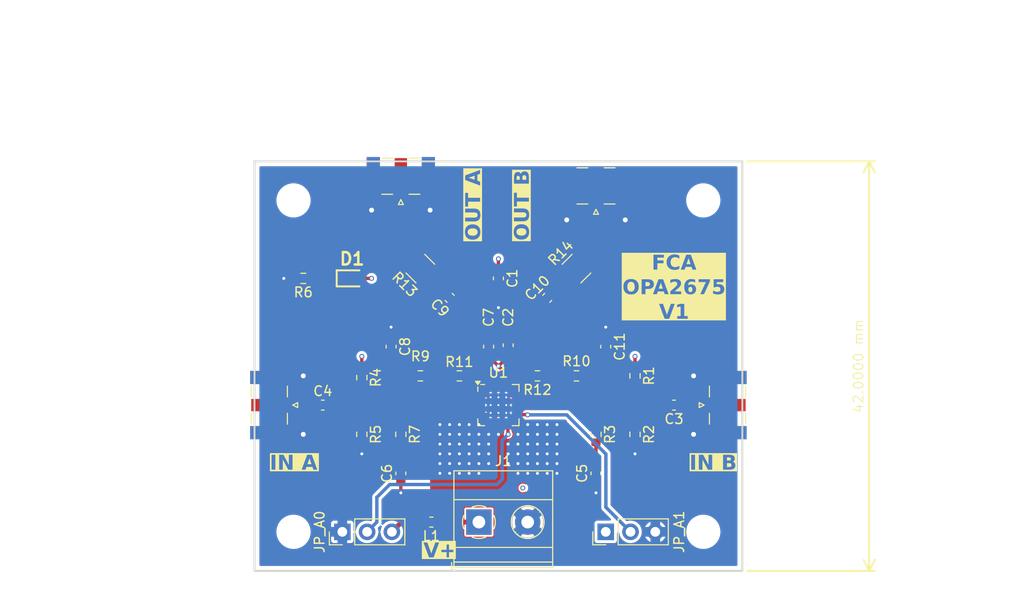
<source format=kicad_pcb>
(kicad_pcb (version 20240108) (generator "pcbnew") (generator_version "8.0")
  (layers (0 "F.Cu" signal) (1 "In1.Cu" signal) (2 "In2.Cu" signal) (31 "B.Cu" signal) (34 "B.Paste" user) (35 "F.Paste" user) (36 "B.SilkS" user "B.Silkscreen") (37 "F.SilkS" user "F.Silkscreen") (38 "B.Mask" user) (39 "F.Mask" user) (44 "Edge.Cuts" user))
  (net 0 "")
  (net 1 "Net-(U1-INA+)")
  (net 2 "GND")
  (net 3 "Net-(J3-In)")
  (net 4 "Net-(U1-OUTA)")
  (net 5 "Net-(U1-OUTB)")
  (net 6 "VCC")
  (net 7 "Net-(C9-Pad2)")
  (net 8 "Net-(C10-Pad2)")
  (net 9 "Net-(U1-INB+)")
  (net 10 "Net-(U1-INA-)")
  (net 11 "Net-(U1-INB-)")
  (net 12 "Net-(J4-In)")
  (net 13 "Net-(JP_A0-C)")
  (net 14 "Net-(C5-Pad2)")
  (net 15 "Net-(C6-Pad2)")
  (net 16 "Net-(J2-In)")
  (net 17 "Net-(J5-In)")
  (net 18 "Net-(JP_A1-C)")
  (net 19 "Net-(J1-Pin_1)")
  (net 20 "Net-(D1-K)")
  (net 21 "Net-(C8-Pad2)")
  (net 22 "Net-(C11-Pad2)")
  (footprint "Capacitor_SMD:C_0603_1608Metric" (layer "F.Cu") (at 130 64 45)
    (property "Reference" "C10" (at 0 -1.43 45) (layer "F.SilkS"))
    (property "Value" "1uF")
    (fp_line (start -0.140581 -0.51) (end 0.140581 -0.51) (stroke (width 0.12)) (layer "F.SilkS"))
    (fp_line (start -0.140581 0.51) (end 0.140581 0.51) (stroke (width 0.12)) (layer "F.SilkS"))
    (pad "1" smd roundrect (at -0.775 0 45) (size 0.9 0.95) (layers "F.Cu" "F.Paste" "F.Mask") (net 5 "Net-(U1-OUTB)"))
    (pad "2" smd roundrect (at 0.775 0 45) (size 0.9 0.95) (layers "F.Cu" "F.Paste" "F.Mask") (net 8 "Net-(C10-Pad2)"))
  )
  (footprint "Resistor_SMD:R_0603_1608Metric" (layer "F.Cu") (at 121 72)
    (property "Reference" "R11" (at 0 -1.43 0) (layer "F.SilkS"))
    (property "Value" "390Ω")
    (fp_line (start -0.237258 -0.5225) (end 0.237258 -0.5225) (stroke (width 0.12)) (layer "F.SilkS"))
    (fp_line (start -0.237258 0.5225) (end 0.237258 0.5225) (stroke (width 0.12)) (layer "F.SilkS"))
    (pad "1" smd roundrect (at -0.825 0) (size 0.8 0.95) (layers "F.Cu" "F.Paste" "F.Mask") (net 10 "Net-(U1-INA-)"))
    (pad "2" smd roundrect (at 0.825 0) (size 0.8 0.95) (layers "F.Cu" "F.Paste" "F.Mask") (net 4 "Net-(U1-OUTA)"))
  )
  (footprint "Capacitor_SMD:C_0603_1608Metric" (layer "F.Cu") (at 120 64 135)
    (property "Reference" "C9" (at 0 -1.43 -45) (layer "F.SilkS"))
    (property "Value" "1uF")
    (fp_line (start -0.140581 -0.51) (end 0.140581 -0.51) (stroke (width 0.12)) (layer "F.SilkS"))
    (fp_line (start -0.140581 0.51) (end 0.140581 0.51) (stroke (width 0.12)) (layer "F.SilkS"))
    (pad "1" smd roundrect (at -0.775 0 135) (size 0.9 0.95) (layers "F.Cu" "F.Paste" "F.Mask") (net 4 "Net-(U1-OUTA)"))
    (pad "2" smd roundrect (at 0.775 0 135) (size 0.9 0.95) (layers "F.Cu" "F.Paste" "F.Mask") (net 7 "Net-(C9-Pad2)"))
  )
  (footprint "Connector_Coaxial:SMA_Samtec_SMA-J-P-X-ST-EM1_EdgeMount" (layer "F.Cu") (at 148.3375 75 90)
    (property "Reference" "J2" (hide yes))
    (property "Value" "IN_B")
    (fp_line (start 0.25 -2.76) (end -0.25 -2.76) (stroke (width 0.12)) (layer "F.SilkS"))
    (fp_line (start -0.25 -2.76) (end 0 -2.26) (stroke (width 0.12)) (layer "F.SilkS"))
    (fp_line (start 0 -2.26) (end 0.25 -2.76) (stroke (width 0.12)) (layer "F.SilkS"))
    (fp_line (start 0.84 -1.71) (end 1.95 -1.71) (stroke (width 0.12)) (layer "F.SilkS"))
    (fp_line (start -1.95 -1.71) (end -0.84 -1.71) (stroke (width 0.12)) (layer "F.SilkS"))
    (fp_line (start 0.84 2) (end 1.95 2) (stroke (width 0.12)) (layer "F.SilkS"))
    (fp_line (start -1.95 2) (end -0.84 2) (stroke (width 0.12)) (layer "F.SilkS"))
    (pad "1" smd rect (at 0 0.199999 90) (size 1.27 3.6) (layers "F.Cu" "F.Paste" "F.Mask") (net 16 "Net-(J2-In)"))
    (pad "2" smd rect (at -2.825 0 90) (size 1.35 4.2) (layers "F.Cu" "F.Paste" "F.Mask") (net 2 "GND"))
    (pad "2" smd rect (at -2.825 0 90) (size 1.35 4.2) (layers "B.Cu" "B.Paste" "B.Mask") (net 2 "GND"))
    (pad "2" smd rect (at 2.825 0 90) (size 1.35 4.2) (layers "F.Cu" "F.Paste" "F.Mask") (net 2 "GND"))
    (pad "2" smd rect (at 2.825 0 90) (size 1.35 4.2) (layers "B.Cu" "B.Paste" "B.Mask") (net 2 "GND"))
  )
  (footprint "MountingHole:MountingHole_3.2mm_M3_ISO7380" (layer "F.Cu") (at 146 88)
    (property "Reference" "H2")
    (property "Value" "MH")
    (pad "" np_thru_hole circle (at 0 0) (size 3.2 3.2) (drill 3.2) (layers "*.Cu" "*.Mask"))
  )
  (footprint "MountingHole:MountingHole_3.2mm_M3_ISO7380" (layer "F.Cu") (at 104 54)
    (property "Reference" "H1")
    (property "Value" "MH")
    (pad "" np_thru_hole circle (at 0 0) (size 3.2 3.2) (drill 3.2) (layers "*.Cu" "*.Mask"))
  )
  (footprint "Resistor_SMD:R_0603_1608Metric" (layer "F.Cu") (at 135 78 -90)
    (property "Reference" "R3" (at 0 -1.43 90) (layer "F.SilkS"))
    (property "Value" "50Ω")
    (fp_line (start -0.237258 0.5225) (end 0.237258 0.5225) (stroke (width 0.12)) (layer "F.SilkS"))
    (fp_line (start -0.237258 -0.5225) (end 0.237258 -0.5225) (stroke (width 0.12)) (layer "F.SilkS"))
    (pad "1" smd roundrect (at -0.825 0 270) (size 0.8 0.95) (layers "F.Cu" "F.Paste" "F.Mask") (net 9 "Net-(U1-INB+)"))
    (pad "2" smd roundrect (at 0.825 0 270) (size 0.8 0.95) (layers "F.Cu" "F.Paste" "F.Mask") (net 14 "Net-(C5-Pad2)"))
  )
  (footprint "Connector_PinHeader_2.54mm:PinHeader_1x03_P2.54mm_Vertical" (layer "F.Cu") (at 136 88 90)
    (property "Reference" "JP_A1" (at 0 7.525 90) (layer "F.SilkS"))
    (property "Value" "A1")
    (fp_line (start -1.33 -1.33) (end 0 -1.33) (stroke (width 0.12)) (layer "F.SilkS"))
    (fp_line (start -1.33 0) (end -1.33 -1.33) (stroke (width 0.12)) (layer "F.SilkS"))
    (fp_line (start 1.33 1.270001) (end 1.33 6.409999) (stroke (width 0.12)) (layer "F.SilkS"))
    (fp_line (start -1.33 1.270001) (end 1.33 1.270001) (stroke (width 0.12)) (layer "F.SilkS"))
    (fp_line (start -1.33 1.270001) (end -1.33 6.409999) (stroke (width 0.12)) (layer "F.SilkS"))
    (fp_line (start -1.33 6.409999) (end 1.33 6.409999) (stroke (width 0.12)) (layer "F.SilkS"))
    (pad "1" thru_hole rect (at 0 0 90) (size 1.7 1.7) (drill 1) (layers "*.Cu" "*.Mask") (net 6 "VCC"))
    (pad "2" thru_hole oval (at 0 2.54 90) (size 1.7 1.7) (drill 1) (layers "*.Cu" "*.Mask") (net 18 "Net-(JP_A1-C)"))
    (pad "3" thru_hole oval (at 0 5.079999 90) (size 1.7 1.7) (drill 1) (layers "*.Cu" "*.Mask") (net 2 "GND"))
  )
  (footprint "Resistor_SMD:R_0603_1608Metric_Pad0.98x0.95mm_HandSolder" (layer "F.Cu") (at 105 62 180)
    (property "Reference" "R6" (at 0 -1.43 180) (layer "F.SilkS"))
    (property "Value" "1k2")
    (fp_line (start -0.254724 0.5225) (end 0.254724 0.5225) (stroke (width 0.12)) (layer "F.SilkS"))
    (fp_line (start -0.254724 -0.5225) (end 0.254724 -0.5225) (stroke (width 0.12)) (layer "F.SilkS"))
    (pad "1" smd roundrect (at -0.9125 0 180) (size 0.975 0.95) (layers "F.Cu" "F.Paste" "F.Mask") (net 20 "Net-(D1-K)"))
    (pad "2" smd roundrect (at 0.9125 0 180) (size 0.975 0.95) (layers "F.Cu" "F.Paste" "F.Mask") (net 2 "GND"))
  )
  (footprint "Resistor_SMD:R_0603_1608Metric" (layer "F.Cu") (at 117 72)
    (property "Reference" "R9" (at 0 -2.000001 0) (layer "F.SilkS"))
    (property "Value" "120Ω")
    (fp_line (start -0.237258 -0.5225) (end 0.237258 -0.5225) (stroke (width 0.12)) (layer "F.SilkS"))
    (fp_line (start -0.237258 0.5225) (end 0.237258 0.5225) (stroke (width 0.12)) (layer "F.SilkS"))
    (pad "1" smd roundrect (at -0.825 0) (size 0.8 0.95) (layers "F.Cu" "F.Paste" "F.Mask") (net 21 "Net-(C8-Pad2)"))
    (pad "2" smd roundrect (at 0.825 0) (size 0.8 0.95) (layers "F.Cu" "F.Paste" "F.Mask") (net 10 "Net-(U1-INA-)"))
  )
  (footprint "Capacitor_SMD:C_0603_1608Metric_Pad1.08x0.95mm_HandSolder" (layer "F.Cu") (at 126 68.862501 90)
    (property "Reference" "C2" (at 2.862501 0 -90) (layer "F.SilkS"))
    (property "Value" "1uF")
    (fp_line (start -0.146267 -0.51) (end 0.146267 -0.51) (stroke (width 0.12)) (layer "F.SilkS"))
    (fp_line (start -0.146267 0.51) (end 0.146267 0.51) (stroke (width 0.12)) (layer "F.SilkS"))
    (pad "1" smd roundrect (at -0.862501 0 90) (size 1.075 0.95) (layers "F.Cu" "F.Paste" "F.Mask") (net 6 "VCC"))
    (pad "2" smd roundrect (at 0.862501 0 90) (size 1.075 0.95) (layers "F.Cu" "F.Paste" "F.Mask") (net 2 "GND"))
  )
  (footprint "Capacitor_SMD:C_0603_1608Metric" (layer "F.Cu") (at 136 69 -90)
    (property "Reference" "C11" (at 0 -1.43 90) (layer "F.SilkS"))
    (property "Value" "1uF")
    (fp_line (start -0.140581 0.51) (end 0.140581 0.51) (stroke (width 0.12)) (layer "F.SilkS"))
    (fp_line (start -0.140581 -0.51) (end 0.140581 -0.51) (stroke (width 0.12)) (layer "F.SilkS"))
    (pad "1" smd roundrect (at -0.775 0 270) (size 0.9 0.95) (layers "F.Cu" "F.Paste" "F.Mask") (net 2 "GND"))
    (pad "2" smd roundrect (at 0.775 0 270) (size 0.9 0.95) (layers "F.Cu" "F.Paste" "F.Mask") (net 22 "Net-(C11-Pad2)"))
  )
  (footprint "Resistor_SMD:R_0603_1608Metric" (layer "F.Cu") (at 115 78 -90)
    (property "Reference" "R7" (at 0 -1.43 90) (layer "F.SilkS"))
    (property "Value" "50Ω")
    (fp_line (start -0.237258 0.5225) (end 0.237258 0.5225) (stroke (width 0.12)) (layer "F.SilkS"))
    (fp_line (start -0.237258 -0.5225) (end 0.237258 -0.5225) (stroke (width 0.12)) (layer "F.SilkS"))
    (pad "1" smd roundrect (at -0.825 0 270) (size 0.8 0.95) (layers "F.Cu" "F.Paste" "F.Mask") (net 1 "Net-(U1-INA+)"))
    (pad "2" smd roundrect (at 0.825 0 270) (size 0.8 0.95) (layers "F.Cu" "F.Paste" "F.Mask") (net 15 "Net-(C6-Pad2)"))
  )
  (footprint "Package_DFN_QFN:Texas_RGV0016A_VQFN-16-1EP_4x4mm_P0.65mm_EP2.1x2.1mm_ThermalVias" (layer "F.Cu") (at 125 75)
    (property "Reference" "U1" (at 0 -3.330001 0) (layer "F.SilkS"))
    (property "Value" "OPA2675")
    (fp_line (start -2.11 -1.41) (end -2.11 -1.87) (stroke (width 0.12)) (layer "F.SilkS"))
    (fp_line (start -2.11 2.11) (end -2.11 1.41) (stroke (width 0.12)) (layer "F.SilkS"))
    (fp_line (start -1.41 -2.11) (end -1.81 -2.11) (stroke (width 0.12)) (layer "F.SilkS"))
    (fp_line (start -1.41 2.11) (end -2.11 2.11) (stroke (width 0.12)) (layer "F.SilkS"))
    (fp_line (start 1.41 -2.11) (end 2.11 -2.11) (stroke (width 0.12)) (layer "F.SilkS"))
    (fp_line (start 1.41 2.11) (end 2.11 2.11) (stroke (width 0.12)) (layer "F.SilkS"))
    (fp_line (start 2.11 -2.11) (end 2.11 -1.41) (stroke (width 0.12)) (layer "F.SilkS"))
    (fp_line (start 2.11 2.11) (end 2.11 1.41) (stroke (width 0.12)) (layer "F.SilkS"))
    (fp_poly (pts (xy -2.11 -2.11) (xy -2.349999 -2.44) (xy -1.87 -2.44) (xy -2.11 -2.11)) (stroke (width 0.12)) (fill solid) (layer "F.SilkS"))
    (pad "1" smd roundrect (at -1.862499 -0.975) (size 1.025 0.35) (layers "F.Cu" "F.Paste" "F.Mask") (net 2 "GND"))
    (pad "2" smd roundrect (at -1.8625 -0.325) (size 1.025 0.35) (layers "F.Cu" "F.Paste" "F.Mask") (net 10 "Net-(U1-INA-)"))
    (pad "3" smd roundrect (at -1.8625 0.325) (size 1.025 0.35) (layers "F.Cu" "F.Paste" "F.Mask") (net 1 "Net-(U1-INA+)"))
    (pad "4" smd roundrect (at -1.862499 0.975) (size 1.025 0.35) (layers "F.Cu" "F.Paste" "F.Mask") (net 2 "GND"))
    (pad "5" smd roundrect (at -0.975 1.862499) (size 0.35 1.025) (layers "F.Cu" "F.Paste" "F.Mask") (net 2 "GND"))
    (pad "6" smd roundrect (at -0.325 1.8625) (size 0.35 1.025) (layers "F.Cu" "F.Paste" "F.Mask") (net 2 "GND"))
    (pad "7" smd roundrect (at 0.325 1.8625) (size 0.35 1.025) (layers "F.Cu" "F.Paste" "F.Mask") (net 2 "GND"))
    (pad "8" smd roundrect (at 0.975 1.862499) (size 0.35 1.025) (layers "F.Cu" "F.Paste" "F.Mask") (net 13 "Net-(JP_A0-C)"))
    (pad "9" smd roundrect (at 1.862499 0.975) (size 1.025 0.35) (layers "F.Cu" "F.Paste" "F.Mask") (net 18 "Net-(JP_A1-C)"))
    (pad "10" smd roundrect (at 1.8625 0.325) (size 1.025 0.35) (layers "F.Cu" "F.Paste" "F.Mask") (net 9 "Net-(U1-INB+)"))
    (pad "11" smd roundrect (at 1.8625 -0.325) (size 1.025 0.35) (layers "F.Cu" "F.Paste" "F.Mask") (net 11 "Net-(U1-INB-)"))
    (pad "12" smd roundrect (at 1.862499 -0.975) (size 1.025 0.35) (layers "F.Cu" "F.Paste" "F.Mask") (net 2 "GND"))
    (pad "13" smd roundrect (at 0.975 -1.862499) (size 0.35 1.025) (layers "F.Cu" "F.Paste" "F.Mask") (net 5 "Net-(U1-OUTB)"))
    (pad "14" smd roundrect (at 0.325 -1.8625) (size 0.35 1.025) (layers "F.Cu" "F.Paste" "F.Mask") (net 6 "VCC"))
    (pad "15" smd roundrect (at -0.325 -1.8625) (size 0.35 1.025) (layers "F.Cu" "F.Paste" "F.Mask") (net 2 "GND"))
    (pad "16" smd roundrect (at -0.975 -1.862499) (size 0.35 1.025) (layers "F.Cu" "F.Paste" "F.Mask") (net 4 "Net-(U1-OUTA)"))
    (pad "17" thru_hole circle (at -0.8 -0.8) (size 0.5 0.5) (drill 0.2) (property pad_prop_heatsink) (layers "*.Cu") (net 2 "GND"))
    (pad "17" thru_hole circle (at -0.8 0.8) (size 0.5 0.5) (drill 0.2) (property pad_prop_heatsink) (layers "*.Cu") (net 2 "GND"))
    (pad "17" thru_hole circle (at -0.799999 0) (size 0.5 0.5) (drill 0.2) (property pad_prop_heatsink) (layers "*.Cu") (net 2 "GND"))
    (pad "17" thru_hole circle (at 0 -0.799999) (size 0.5 0.5) (drill 0.2) (property pad_prop_heatsink) (layers "*.Cu") (net 2 "GND"))
    (pad "17" thru_hole circle (at 0 0) (size 0.5 0.5) (drill 0.2) (property pad_prop_heatsink) (layers "*.Cu") (net 2 "GND"))
    (pad "17" smd rect (at 0 0) (size 2.1 2.1) (property pad_prop_heatsink) (layers "F.Cu" "F.Mask") (net 2 "GND"))
    (pad "17" smd rect (at 0 0) (size 2.1 2.1) (property pad_prop_heatsink) (layers "B.Cu") (net 2 "GND"))
    (pad "17" thru_hole circle (at 0 0.799999) (size 0.5 0.5) (drill 0.2) (property pad_prop_heatsink) (layers "*.Cu") (net 2 "GND"))
    (pad "17" thru_hole circle (at 0.799999 0) (size 0.5 0.5) (drill 0.2) (property pad_prop_heatsink) (layers "*.Cu") (net 2 "GND"))
    (pad "17" thru_hole circle (at 0.8 -0.8) (size 0.5 0.5) (drill 0.2) (property pad_prop_heatsink) (layers "*.Cu") (net 2 "GND"))
    (pad "17" thru_hole circle (at 0.8 0.8) (size 0.5 0.5) (drill 0.2) (property pad_prop_heatsink) (layers "*.Cu") (net 2 "GND"))
  )
  (footprint "Connector_PinHeader_2.54mm:PinHeader_1x03_P2.54mm_Vertical" (layer "F.Cu") (at 109 88 90)
    (property "Reference" "JP_A0" (at 0 -2.33 -90) (layer "F.SilkS"))
    (property "Value" "A0")
    (fp_line (start -1.33 -1.33) (end 0 -1.33) (stroke (width 0.12)) (layer "F.SilkS"))
    (fp_line (start -1.33 0) (end -1.33 -1.33) (stroke (width 0.12)) (layer "F.SilkS"))
    (fp_line (start 1.33 1.270001) (end 1.33 6.409999) (stroke (width 0.12)) (layer "F.SilkS"))
    (fp_line (start -1.33 1.270001) (end 1.33 1.270001) (stroke (width 0.12)) (layer "F.SilkS"))
    (fp_line (start -1.33 1.270001) (end -1.33 6.409999) (stroke (width 0.12)) (layer "F.SilkS"))
    (fp_line (start -1.33 6.409999) (end 1.33 6.409999) (stroke (width 0.12)) (layer "F.SilkS"))
    (pad "1" thru_hole rect (at 0 0 90) (size 1.7 1.7) (drill 1) (layers "*.Cu" "*.Mask") (net 2 "GND"))
    (pad "2" thru_hole oval (at 0 2.54 90) (size 1.7 1.7) (drill 1) (layers "*.Cu" "*.Mask") (net 13 "Net-(JP_A0-C)"))
    (pad "3" thru_hole oval (at 0 5.079999 90) (size 1.7 1.7) (drill 1) (layers "*.Cu" "*.Mask") (net 6 "VCC"))
  )
  (footprint "MountingHole:MountingHole_3.2mm_M3_ISO7380" (layer "F.Cu") (at 104 88)
    (property "Reference" "H4")
    (property "Value" "MH")
    (pad "" np_thru_hole circle (at 0 0) (size 3.2 3.2) (drill 3.2) (layers "*.Cu" "*.Mask"))
  )
  (footprint "Inductor_SMD:L_0603_1608Metric_Pad1.05x0.95mm_HandSolder" (layer "F.Cu") (at 118.125001 87 180)
    (property "Reference" "L1" (at 0 -1.43 180) (layer "F.SilkS"))
    (property "Value" "BLM18BA100SN1D")
    (fp_line (start -0.171268 0.51) (end 0.171268 0.51) (stroke (width 0.12)) (layer "F.SilkS"))
    (fp_line (start -0.171268 -0.51) (end 0.171268 -0.51) (stroke (width 0.12)) (layer "F.SilkS"))
    (pad "1" smd roundrect (at -0.874999 0 180) (size 1.05 0.95) (layers "F.Cu" "F.Paste" "F.Mask") (net 19 "Net-(J1-Pin_1)"))
    (pad "2" smd roundrect (at 0.874999 0 180) (size 1.05 0.95) (layers "F.Cu" "F.Paste" "F.Mask") (net 6 "VCC"))
  )
  (footprint "Connector_Coaxial:SMA_Samtec_SMA-J-P-X-ST-EM1_EdgeMount" (layer "F.Cu") (at 115 51.6625 180)
    (property "Reference" "J5" (hide yes))
    (property "Value" "OUT_A")
    (fp_line (start 0.84 2) (end 1.95 2) (stroke (width 0.12)) (layer "F.SilkS"))
    (fp_line (start 0.84 -1.71) (end 1.95 -1.71) (stroke (width 0.12)) (layer "F.SilkS"))
    (fp_line (start 0.25 -2.76) (end -0.25 -2.76) (stroke (width 0.12)) (layer "F.SilkS"))
    (fp_line (start 0 -2.26) (end 0.25 -2.76) (stroke (width 0.12)) (layer "F.SilkS"))
    (fp_line (start -0.25 -2.76) (end 0 -2.26) (stroke (width 0.12)) (layer "F.SilkS"))
    (fp_line (start -1.95 2) (end -0.84 2) (stroke (width 0.12)) (layer "F.SilkS"))
    (fp_line (start -1.95 -1.71) (end -0.84 -1.71) (stroke (width 0.12)) (layer "F.SilkS"))
    (pad "1" smd rect (at 0 0.199999 180) (size 1.27 3.6) (layers "F.Cu" "F.Paste" "F.Mask") (net 17 "Net-(J5-In)"))
    (pad "2" smd rect (at -2.825 0 180) (size 1.35 4.2) (layers "F.Cu" "F.Paste" "F.Mask") (net 2 "GND"))
    (pad "2" smd rect (at -2.825 0 180) (size 1.35 4.2) (layers "B.Cu" "B.Paste" "B.Mask") (net 2 "GND"))
    (pad "2" smd rect (at 2.825 0 180) (size 1.35 4.2) (layers "F.Cu" "F.Paste" "F.Mask") (net 2 "GND"))
    (pad "2" smd rect (at 2.825 0 180) (size 1.35 4.2) (layers "B.Cu" "B.Paste" "B.Mask") (net 2 "GND"))
  )
  (footprint "MountingHole:MountingHole_3.2mm_M3_ISO7380" (layer "F.Cu") (at 146 54)
    (property "Reference" "H3")
    (property "Value" "MH")
    (pad "" np_thru_hole circle (at 0 0) (size 3.2 3.2) (drill 3.2) (layers "*.Cu" "*.Mask"))
  )
  (footprint "Connector_Coaxial:SMA_Samtec_SMA-J-P-X-ST-EM1_EdgeMount" (layer "F.Cu") (at 101.6625 75 -90)
    (property "Reference" "J3" (hide yes))
    (property "Value" "IN_A")
    (fp_line (start -1.95 2) (end -0.84 2) (stroke (width 0.12)) (layer "F.SilkS"))
    (fp_line (start 0.84 2) (end 1.95 2) (stroke (width 0.12)) (layer "F.SilkS"))
    (fp_line (start -1.95 -1.71) (end -0.84 -1.71) (stroke (width 0.12)) (layer "F.SilkS"))
    (fp_line (start 0.84 -1.71) (end 1.95 -1.71) (stroke (width 0.12)) (layer "F.SilkS"))
    (fp_line (start 0 -2.26) (end 0.25 -2.76) (stroke (width 0.12)) (layer "F.SilkS"))
    (fp_line (start -0.25 -2.76) (end 0 -2.26) (stroke (width 0.12)) (layer "F.SilkS"))
    (fp_line (start 0.25 -2.76) (end -0.25 -2.76) (stroke (width 0.12)) (layer "F.SilkS"))
    (pad "1" smd rect (at 0 0.199999 270) (size 1.27 3.6) (layers "F.Cu" "F.Paste" "F.Mask") (net 3 "Net-(J3-In)"))
    (pad "2" smd rect (at -2.825 0 270) (size 1.35 4.2) (layers "F.Cu" "F.Paste" "F.Mask") (net 2 "GND"))
    (pad "2" smd rect (at -2.825 0 270) (size 1.35 4.2) (layers "B.Cu" "B.Paste" "B.Mask") (net 2 "GND"))
    (pad "2" smd rect (at 2.825 0 270) (size 1.35 4.2) (layers "F.Cu" "F.Paste" "F.Mask") (net 2 "GND"))
    (pad "2" smd rect (at 2.825 0 270) (size 1.35 4.2) (layers "B.Cu" "B.Paste" "B.Mask") (net 2 "GND"))
  )
  (footprint "TerminalBlock_Phoenix:TerminalBlock_Phoenix_MKDS-1,5-2_1x02_P5.00mm_Horizontal" (layer "F.Cu") (at 123 87)
    (property "Reference" "J1" (at 2.5 -6.26 0) (layer "F.SilkS"))
    (property "Value" "V")
    (fp_line (start -2.8 4.16) (end -2.8 4.9) (stroke (width 0.12)) (layer "F.SilkS"))
    (fp_line (start -2.8 4.9) (end -2.3 4.9) (stroke (width 0.12)) (layer "F.SilkS"))
    (fp_line (start -2.56 -5.261) (end -2.56 4.66) (stroke (width 0.12)) (layer "F.SilkS"))
    (fp_line (start -2.56 -5.261) (end 7.56 -5.261) (stroke (width 0.12)) (layer "F.SilkS"))
    (fp_line (start -2.56 -2.301) (end 7.56 -2.301) (stroke (width 0.12)) (layer "F.SilkS"))
    (fp_line (start -2.56 2.6) (end 7.56 2.6) (stroke (width 0.12)) (layer "F.SilkS"))
    (fp_line (start -2.56 4.1) (end 7.56 4.1) (stroke (width 0.12)) (layer "F.SilkS"))
    (fp_line (start -2.56 4.66) (end 7.56 4.66) (stroke (width 0.12)) (layer "F.SilkS"))
    (fp_line (start 3.773 1.023) (end 3.726 1.069) (stroke (width 0.12)) (layer "F.SilkS"))
    (fp_line (start 3.966 1.239) (end 3.931 1.274) (stroke (width 0.12)) (layer "F.SilkS"))
    (fp_line (start 6.07 -1.275) (end 6.035 -1.239) (stroke (width 0.12)) (layer "F.SilkS"))
    (fp_line (start 6.275 -1.069) (end 6.228 -1.023) (stroke (width 0.12)) (layer "F.SilkS"))
    (fp_line (start 7.56 -5.261) (end 7.56 4.66) (stroke (width 0.12)) (layer "F.SilkS"))
    (fp_arc (start -1.535427 0.683042) (mid -1.680501 -0.000524) (end -1.535 -0.684) (stroke (width 0.12)) (layer "F.SilkS"))
    (fp_arc (start -0.683042 -1.535427) (mid 0.000524 -1.680501) (end 0.684 -1.535) (stroke (width 0.12)) (layer "F.SilkS"))
    (fp_arc (start 0.028805 1.680253) (mid -0.335551 1.646659) (end -0.684 1.535) (stroke (width 0.12)) (layer "F.SilkS"))
    (fp_arc (start 0.683318 1.534756) (mid 0.349292 1.643288) (end 0 1.68) (stroke (width 0.12)) (layer "F.SilkS"))
    (fp_arc (start 1.535427 -0.683042) (mid 1.680501 0.000524) (end 1.535 0.684) (stroke (width 0.12)) (layer "F.SilkS"))
    (fp_circle (center 5 0) (end 6.68 0) (stroke (width 0.12)) (fill none) (layer "F.SilkS"))
    (pad "1" thru_hole rect (at 0 0) (size 2.6 2.6) (drill 1.3) (layers "*.Cu" "*.Mask") (net 19 "Net-(J1-Pin_1)"))
    (pad "2" thru_hole circle (at 5 0) (size 2.6 2.6) (drill 1.3) (layers "*.Cu" "*.Mask") (net 2 "GND"))
  )
  (footprint "Resistor_SMD:R_0603_1608Metric" (layer "F.Cu") (at 129 72 180)
    (property "Reference" "R12" (at 0 -1.43 180) (layer "F.SilkS"))
    (property "Value" "390Ω")
    (fp_line (start -0.237258 0.5225) (end 0.237258 0.5225) (stroke (width 0.12)) (layer "F.SilkS"))
    (fp_line (start -0.237258 -0.5225) (end 0.237258 -0.5225) (stroke (width 0.12)) (layer "F.SilkS"))
    (pad "1" smd roundrect (at -0.825 0 180) (size 0.8 0.95) (layers "F.Cu" "F.Paste" "F.Mask") (net 11 "Net-(U1-INB-)"))
    (pad "2" smd roundrect (at 0.825 0 180) (size 0.8 0.95) (layers "F.Cu" "F.Paste" "F.Mask") (net 5 "Net-(U1-OUTB)"))
  )
  (footprint "LumiCom_Transmitter:LEDC1608X80N" (layer "F.Cu") (at 110 62)
    (property "Reference" "D1" (at 0 -2.000001 0) (layer "F.SilkS") (effects (font (size 1.27 1.27) (thickness 0.254))))
    (property "Value" "150060VS75000 " (hide yes))
    (fp_line (start -1.575 -0.825) (end -1.575 0.825) (stroke (width 0.2)) (layer "F.SilkS"))
    (fp_line (start -1.575 0.825) (end 0.75 0.825) (stroke (width 0.2)) (layer "F.SilkS"))
    (fp_line (start 0.75 -0.825) (end -1.575 -0.825) (stroke (width 0.2)) (layer "F.SilkS"))
    (pad "1" smd rect (at -0.75 0 90) (size 0.95 0.95) (layers "F.Cu" "F.Paste" "F.Mask") (net 20 "Net-(D1-K)"))
    (pad "2" smd rect (at 0.75 0 90) (size 0.95 0.95) (layers "F.Cu" "F.Paste" "F.Mask") (net 6 "VCC"))
  )
  (footprint "Capacitor_SMD:C_0603_1608Metric_Pad1.08x0.95mm_HandSolder" (layer "F.Cu") (at 124 69 90)
    (property "Reference" "C7" (at 3 0 -90) (layer "F.SilkS"))
    (property "Value" "100nF")
    (fp_line (start -0.146267 -0.51) (end 0.146267 -0.51) (stroke (width 0.12)) (layer "F.SilkS"))
    (fp_line (start -0.146267 0.51) (end 0.146267 0.51) (stroke (width 0.12)) (layer "F.SilkS"))
    (pad "1" smd roundrect (at -0.862501 0 90) (size 1.075 0.95) (layers "F.Cu" "F.Paste" "F.Mask") (net 6 "VCC"))
    (pad "2" smd roundrect (at 0.862501 0 90) (size 1.075 0.95) (layers "F.Cu" "F.Paste" "F.Mask") (net 2 "GND"))
  )
  (footprint "Capacitor_SMD:C_0603_1608Metric" (layer "F.Cu") (at 107 75)
    (property "Reference" "C4" (at 0 -1.43 0) (layer "F.SilkS"))
    (property "Value" "1uF")
    (fp_line (start -0.14058 -0.51) (end 0.14058 -0.51) (stroke (width 0.12)) (layer "F.SilkS"))
    (fp_line (start -0.14058 0.51) (end 0.14058 0.51) (stroke (width 0.12)) (layer "F.SilkS"))
    (pad "1" smd roundrect (at -0.775 0) (size 0.9 0.95) (layers "F.Cu" "F.Paste" "F.Mask") (net 3 "Net-(J3-In)"))
    (pad "2" smd roundrect (at 0.775 0) (size 0.9 0.95) (layers "F.Cu" "F.Paste" "F.Mask") (net 1 "Net-(U1-INA+)"))
  )
  (footprint "Capacitor_SMD:C_0603_1608Metric" (layer "F.Cu") (at 115 82 90)
    (property "Reference" "C6" (at 0 -1.43 -90) (layer "F.SilkS"))
    (property "Value" "1uF")
    (fp_line (start -0.140581 -0.51) (end 0.140581 -0.51) (stroke (width 0.12)) (layer "F.SilkS"))
    (fp_line (start -0.140581 0.51) (end 0.140581 0.51) (stroke (width 0.12)) (layer "F.SilkS"))
    (pad "1" smd roundrect (at -0.775 0 90) (size 0.9 0.95) (layers "F.Cu" "F.Paste" "F.Mask") (net 2 "GND"))
    (pad "2" smd roundrect (at 0.775 0 90) (size 0.9 0.95) (layers "F.Cu" "F.Paste" "F.Mask") (net 15 "Net-(C6-Pad2)"))
  )
  (footprint "Capacitor_SMD:C_0603_1608Metric" (layer "F.Cu") (at 143 75 180)
    (property "Reference" "C3" (at 0 -1.43 180) (layer "F.SilkS"))
    (property "Value" "1uF")
    (fp_line (start -0.140581 0.51) (end 0.140581 0.51) (stroke (width 0.12)) (layer "F.SilkS"))
    (fp_line (start -0.140581 -0.51) (end 0.140581 -0.51) (stroke (width 0.12)) (layer "F.SilkS"))
    (pad "1" smd roundrect (at -0.775 0 180) (size 0.9 0.95) (layers "F.Cu" "F.Paste" "F.Mask") (net 16 "Net-(J2-In)"))
    (pad "2" smd roundrect (at 0.775 0 180) (size 0.9 0.95) (layers "F.Cu" "F.Paste" "F.Mask") (net 9 "Net-(U1-INB+)"))
  )
  (footprint "Capacitor_SMD:C_0603_1608Metric" (layer "F.Cu") (at 114 69 -90)
    (property "Reference" "C8" (at 0 -1.43 90) (layer "F.SilkS"))
    (property "Value" "1uF")
    (fp_line (start -0.140581 0.51) (end 0.140581 0.51) (stroke (width 0.12)) (layer "F.SilkS"))
    (fp_line (start -0.140581 -0.51) (end 0.140581 -0.51) (stroke (width 0.12)) (layer "F.SilkS"))
    (pad "1" smd roundrect (at -0.775 0 270) (size 0.9 0.95) (layers "F.Cu" "F.Paste" "F.Mask") (net 2 "GND"))
    (pad "2" smd roundrect (at 0.775 0 270) (size 0.9 0.95) (layers "F.Cu" "F.Paste" "F.Mask") (net 21 "Net-(C8-Pad2)"))
  )
  (footprint "Resistor_SMD:R_0603_1608Metric" (layer "F.Cu") (at 111 78 -90)
    (property "Reference" "R5" (at 0 -1.43 90) (layer "F.SilkS"))
    (property "Value" "1kΩ")
    (fp_line (start -0.237258 0.5225) (end 0.237258 0.5225) (stroke (width 0.12)) (layer "F.SilkS"))
    (fp_line (start -0.237258 -0.5225) (end 0.237258 -0.5225) (stroke (width 0.12)) (layer "F.SilkS"))
    (pad "1" smd roundrect (at -0.825 0 270) (size 0.8 0.95) (layers "F.Cu" "F.Paste" "F.Mask") (net 1 "Net-(U1-INA+)"))
    (pad "2" smd roundrect (at 0.825 0 270) (size 0.8 0.95) (layers "F.Cu" "F.Paste" "F.Mask") (net 2 "GND"))
  )
  (footprint "Resistor_SMD:R_1210_3225Metric_Pad1.30x2.65mm_HandSolder" (layer "F.Cu") (at 133 61 45)
    (property "Reference" "R14" (at 0 -2.279999 45) (layer "F.SilkS"))
    (property "Value" "4.3Ω")
    (fp_line (start -0.723737 -1.355) (end 0.723737 -1.355) (stroke (width 0.12)) (layer "F.SilkS"))
    (fp_line (start -0.723737 1.355) (end 0.723737 1.355) (stroke (width 0.12)) (layer "F.SilkS"))
    (pad "1" smd roundrect (at -1.550001 0 45) (size 1.3 2.65) (layers "F.Cu" "F.Paste" "F.Mask") (roundrect_rratio 0.192308) (net 8 "Net-(C10-Pad2)"))
    (pad "2" smd roundrect (at 1.550001 0 45) (size 1.3 2.65) (layers "F.Cu" "F.Paste" "F.Mask") (roundrect_rratio 0.192308) (net 12 "Net-(J4-In)"))
  )
  (footprint "Capacitor_SMD:C_0603_1608Metric" (layer "F.Cu") (at 135 82 90)
    (property "Reference" "C5" (at 0 -1.43 -90) (layer "F.SilkS"))
    (property "Value" "1uF")
    (fp_line (start -0.140581 -0.51) (end 0.140581 -0.51) (stroke (width 0.12)) (layer "F.SilkS"))
    (fp_line (start -0.140581 0.51) (end 0.140581 0.51) (stroke (width 0.12)) (layer "F.SilkS"))
    (pad "1" smd roundrect (at -0.775 0 90) (size 0.9 0.95) (layers "F.Cu" "F.Paste" "F.Mask") (net 2 "GND"))
    (pad "2" smd roundrect (at 0.775 0 90) (size 0.9 0.95) (layers "F.Cu" "F.Paste" "F.Mask") (net 14 "Net-(C5-Pad2)"))
  )
  (footprint "Resistor_SMD:R_0603_1608Metric" (layer "F.Cu") (at 139 72 -90)
    (property "Reference" "R1" (at 0 -1.43 90) (layer "F.SilkS"))
    (property "Value" "5kΩ")
    (fp_line (start -0.237258 0.5225) (end 0.237258 0.5225) (stroke (width 0.12)) (layer "F.SilkS"))
    (fp_line (start -0.237258 -0.5225) (end 0.237258 -0.5225) (stroke (width 0.12)) (layer "F.SilkS"))
    (pad "1" smd roundrect (at -0.825 0 270) (size 0.8 0.95) (layers "F.Cu" "F.Paste" "F.Mask") (net 6 "VCC"))
    (pad "2" smd roundrect (at 0.825 0 270) (size 0.8 0.95) (layers "F.Cu" "F.Paste" "F.Mask") (net 9 "Net-(U1-INB+)"))
  )
  (footprint "Resistor_SMD:R_0603_1608Metric" (layer "F.Cu") (at 139 78 -90)
    (property "Reference" "R2" (at 0 -1.43 90) (layer "F.SilkS"))
    (property "Value" "5kΩ")
    (fp_line (start -0.237258 0.5225) (end 0.237258 0.5225) (stroke (width 0.12)) (layer "F.SilkS"))
    (fp_line (start -0.237258 -0.5225) (end 0.237258 -0.5225) (stroke (width 0.12)) (layer "F.SilkS"))
    (pad "1" smd roundrect (at -0.825 0 270) (size 0.8 0.95) (layers "F.Cu" "F.Paste" "F.Mask") (net 9 "Net-(U1-INB+)"))
    (pad "2" smd roundrect (at 0.825 0 270) (size 0.8 0.95) (layers "F.Cu" "F.Paste" "F.Mask") (net 2 "GND"))
  )
  (footprint "Capacitor_SMD:C_0603_1608Metric_Pad1.08x0.95mm_HandSolder" (layer "F.Cu") (at 125 62 -90)
    (property "Reference" "C1" (at 0 -1.43 90) (layer "F.SilkS"))
    (property "Value" "10uF")
    (fp_line (start -0.146267 0.51) (end 0.146267 0.51) (stroke (width 0.12)) (layer "F.SilkS"))
    (fp_line (start -0.146267 -0.51) (end 0.146267 -0.51) (stroke (width 0.12)) (layer "F.SilkS"))
    (pad "1" smd roundrect (at -0.862501 0 270) (size 1.075 0.95) (layers "F.Cu" "F.Paste" "F.Mask") (net 6 "VCC"))
    (pad "2" smd roundrect (at 0.862501 0 270) (size 1.075 0.95) (layers "F.Cu" "F.Paste" "F.Mask") (net 2 "GND"))
  )
  (footprint "Resistor_SMD:R_0603_1608Metric" (layer "F.Cu") (at 133 72 180)
    (property "Reference" "R10" (at 0 1.5 180) (layer "F.SilkS"))
    (property "Value" "120Ω")
    (fp_line (start -0.237258 0.5225) (end 0.237258 0.5225) (stroke (width 0.12)) (layer "F.SilkS"))
    (fp_line (start -0.237258 -0.5225) (end 0.237258 -0.5225) (stroke (width 0.12)) (layer "F.SilkS"))
    (pad "1" smd roundrect (at -0.825 0 180) (size 0.8 0.95) (layers "F.Cu" "F.Paste" "F.Mask") (net 22 "Net-(C11-Pad2)"))
    (pad "2" smd roundrect (at 0.825 0 180) (size 0.8 0.95) (layers "F.Cu" "F.Paste" "F.Mask") (net 11 "Net-(U1-INB-)"))
  )
  (footprint "Resistor_SMD:R_0603_1608Metric" (layer "F.Cu") (at 111 72.175 -90)
    (property "Reference" "R4" (at 0 -1.43 -90) (layer "F.SilkS"))
    (property "Value" "1kΩ")
    (fp_line (start -0.237258 0.5225) (end 0.237258 0.5225) (stroke (width 0.12)) (layer "F.SilkS"))
    (fp_line (start -0.237258 -0.5225) (end 0.237258 -0.5225) (stroke (width 0.12)) (layer "F.SilkS"))
    (pad "1" smd roundrect (at -0.825 0 270) (size 0.8 0.95) (layers "F.Cu" "F.Paste" "F.Mask") (net 6 "VCC"))
    (pad "2" smd roundrect (at 0.825 0 270) (size 0.8 0.95) (layers "F.Cu" "F.Paste" "F.Mask") (net 1 "Net-(U1-INA+)"))
  )
  (footprint "Resistor_SMD:R_1210_3225Metric_Pad1.30x2.65mm_HandSolder" (layer "F.Cu") (at 117 61 135)
    (property "Reference" "R13" (at 0 -2.279999 -45) (layer "F.SilkS"))
    (property "Value" "4.3Ω")
    (fp_line (start -0.723737 -1.355) (end 0.723737 -1.355) (stroke (width 0.12)) (layer "F.SilkS"))
    (fp_line (start -0.723737 1.355) (end 0.723737 1.355) (stroke (width 0.12)) (layer "F.SilkS"))
    (pad "1" smd roundrect (at -1.550001 0 135) (size 1.3 2.65) (layers "F.Cu" "F.Paste" "F.Mask") (roundrect_rratio 0.192308) (net 7 "Net-(C9-Pad2)"))
    (pad "2" smd roundrect (at 1.550001 0 135) (size 1.3 2.65) (layers "F.Cu" "F.Paste" "F.Mask") (roundrect_rratio 0.192308) (net 17 "Net-(J5-In)"))
  )
  (footprint "Connector_Coaxial:SMA_Samtec_SMA-J-P-X-ST-EM1_EdgeMount" (layer "F.Cu") (at 135 52.6625 180)
    (property "Reference" "J4" (hide yes))
    (property "Value" "OUT_B")
    (fp_line (start 0.84 2) (end 1.95 2) (stroke (width 0.12)) (layer "F.SilkS"))
    (fp_line (start 0.84 -1.71) (end 1.95 -1.71) (stroke (width 0.12)) (layer "F.SilkS"))
    (fp_line (start 0.25 -2.76) (end -0.25 -2.76) (stroke (width 0.12)) (layer "F.SilkS"))
    (fp_line (start 0 -2.26) (end 0.25 -2.76) (stroke (width 0.12)) (layer "F.SilkS"))
    (fp_line (start -0.25 -2.76) (end 0 -2.26) (stroke (width 0.12)) (layer "F.SilkS"))
    (fp_line (start -1.95 2) (end -0.84 2) (stroke (width 0.12)) (layer "F.SilkS"))
    (fp_line (start -1.95 -1.71) (end -0.84 -1.71) (stroke (width 0.12)) (layer "F.SilkS"))
    (pad "1" smd rect (at 0 0.199999 180) (size 1.27 3.6) (layers "F.Cu" "F.Paste" "F.Mask") (net 12 "Net-(J4-In)"))
    (pad "2" smd rect (at -2.825 0 180) (size 1.35 4.2) (layers "F.Cu" "F.Paste" "F.Mask") (net 2 "GND"))
    (pad "2" smd rect (at -2.825 0 180) (size 1.35 4.2) (layers "B.Cu" "B.Paste" "B.Mask") (net 2 "GND"))
    (pad "2" smd rect (at 2.825 0 180) (size 1.35 4.2) (layers "F.Cu" "F.Paste" "F.Mask") (net 2 "GND"))
    (pad "2" smd rect (at 2.825 0 180) (size 1.35 4.2) (layers "B.Cu" "B.Paste" "B.Mask") (net 2 "GND"))
  )
  (gr_rect (start 100 50) (end 150 92) (stroke (width 0.2)) (fill none) (layer "Edge.Cuts"))
  (gr_text "OUT A\n" (at 122.5 54.5 90) (layer "F.SilkS" knockout) (effects (font (size 1.5 1.5) (thickness 0.3) (bold yes) (italic yes))))
  (gr_text "FCA\nOPA2675\nV1" (at 143 63 0) (layer "F.SilkS" knockout) (effects (font (size 1.5 1.5) (thickness 0.3) (bold yes) (italic yes))))
  (gr_text "V+" (at 119 90 0) (layer "F.SilkS" knockout) (effects (font (size 1.5 1.5) (thickness 0.3) (bold yes) (italic yes))))
  (gr_text "IN B" (at 147 81 0) (layer "F.SilkS" knockout) (effects (font (size 1.5 1.5) (thickness 0.3) (bold yes) (italic yes))))
  (gr_text "OUT B" (at 127.5 54.5 90) (layer "F.SilkS" knockout) (effects (font (size 1.5 1.5) (thickness 0.3) (bold yes) (italic yes))))
  (gr_text "IN A" (at 104 81 0) (layer "F.SilkS" knockout) (effects (font (size 1.5 1.5) (thickness 0.3) (bold yes) (italic yes))))
  (dimension (type aligned) (layer "F.SilkS") (pts (xy 150 50) (xy 150 92)) (height -13) (gr_text "42.0000 mm" (at 161.9 71 90) (layer "F.SilkS") (effects (font (size 1 1) (thickness 0.1)))) (format (prefix "") (suffix "") (units 3) (units_format 1) (precision 4)) (style (thickness 0.2) (arrow_length 1.27) (text_position_mode 0) (extension_height 0.58642) (extension_offset 0.5) keep_text_aligned))
  (segment (start 117 75) (end 115 75) (width 0.3493) (layer "F.Cu") (net 1))
  (segment (start 123.1375 75.325) (end 117.325 75.325) (width 0.3493) (layer "F.Cu") (net 1))
  (segment (start 111 77.175) (end 111 73) (width 0.3493) (layer "F.Cu") (net 1))
  (segment (start 117.325 75.325) (end 117 75) (width 0.3493) (layer "F.Cu") (net 1))
  (segment (start 115 75) (end 107.775 75) (width 0.3493) (layer "F.Cu") (net 1))
  (segment (start 115 77.175) (end 115 75) (width 0.3493) (layer "F.Cu") (net 1))
  (segment (start 123.137501 75.975) (end 124.025 75.975) (width 0.3493) (layer "F.Cu") (net 2))
  (segment (start 136 67) (end 136 68.225) (width 0.3493) (layer "F.Cu") (net 2))
  (segment (start 124.025 74.025) (end 124.2 74.2) (width 0.3493) (layer "F.Cu") (net 2))
  (segment (start 112.175 51.6625) (end 112.175 54.825) (width 0.3493) (layer "F.Cu") (net 2))
  (segment (start 117.825 54.825) (end 118 55) (width 0.3493) (layer "F.Cu") (net 2))
  (segment (start 132.175 52.6625) (end 132.175 55.825) (width 0.3493) (layer "F.Cu") (net 2))
  (segment (start 132.175 55.825) (end 132 56) (width 0.3493) (layer "F.Cu") (net 2))
  (segment (start 148.3375 72.175) (end 145.175 72.175) (width 0.3493) (layer "F.Cu") (net 2))
  (segment (start 125 65) (end 125 62.862501) (width 0.3493) (layer "F.Cu") (net 2))
  (segment (start 124 67.225) (end 125 66.225) (width 0.3493) (layer "F.Cu") (net 2))
  (segment (start 114 68.225) (end 114 67) (width 0.3493) (layer "F.Cu") (net 2))
  (segment (start 123.137501 74.025) (end 124.025 74.025) (width 0.3493) (layer "F.Cu") (net 2))
  (segment (start 145.175 72.175) (end 145 72) (width 0.3493) (layer "F.Cu") (net 2))
  (segment (start 145.175 77.825) (end 145 78) (width 0.3493) (layer "F.Cu") (net 2))
  (segment (start 124.025 75.975) (end 124.2 75.8) (width 0.3493) (layer "F.Cu") (net 2))
  (segment (start 125.975 74.025) (end 125.8 74.2) (width 0.3493) (layer "F.Cu") (net 2))
  (segment (start 139 80) (end 139 78.825) (width 0.3493) (layer "F.Cu") (net 2))
  (segment (start 124.675 73.1375) (end 124.675 73.875001) (width 0.3493) (layer "F.Cu") (net 2))
  (segment (start 124 68.225) (end 124 67.225) (width 0.3493) (layer "F.Cu") (net 2))
  (segment (start 104.825 72.175) (end 105 72) (width 0.3493) (layer "F.Cu") (net 2))
  (segment (start 104.0875 62) (end 103 62) (width 0.3493) (layer "F.Cu") (net 2))
  (segment (start 101.6625 77.825) (end 104.825 77.825) (width 0.3493) (layer "F.Cu") (net 2))
  (segment (start 125 66.225) (end 125 65) (width 0.3493) (layer "F.Cu") (net 2))
  (segment (start 104.825 77.825) (end 105 78) (width 0.3493) (layer "F.Cu") (net 2))
  (segment (start 101.6625 72.175) (end 104.825 72.175) (width 0.3493) (layer "F.Cu") (net 2))
  (segment (start 125 66.225) (end 126 67.225) (width 0.3493) (layer "F.Cu") (net 2))
  (segment (start 137.825 55.825) (end 138 56) (width 0.3493) (layer "F.Cu") (net 2))
  (segment (start 126.862499 74.025) (end 125.975 74.025) (width 0.3493) (layer "F.Cu") (net 2))
  (segment (start 124.675 73.875001) (end 125 74.200001) (width 0.3493) (layer "F.Cu") (net 2))
  (segment (start 126 67.225) (end 126 68.225) (width 0.3493) (layer "F.Cu") (net 2))
  (segment (start 135 84) (end 135 82.775) (width 0.3493) (layer "F.Cu") (net 2))
  (segment (start 148.3375 77.825) (end 145.175 77.825) (width 0.3493) (layer "F.Cu") (net 2))
  (segment (start 117.825 51.6625) (end 117.825 54.825) (width 0.3493) (layer "F.Cu") (net 2))
  (segment (start 137.825 52.6625) (end 137.825 55.825) (width 0.3493) (layer "F.Cu") (net 2))
  (segment (start 112 55) (end 112.175 54.825) (width 0.3493) (layer "F.Cu") (net 2))
  (segment (start 115 84) (end 115 82.775) (width 0.3493) (layer "F.Cu") (net 2))
  (segment (start 111 80) (end 111 78.825) (width 0.3493) (layer "F.Cu") (net 2))
  (via (at 129 77) (size 0.5) (drill 0.3) (layers "F.Cu" "B.Cu") (net 2))
  (via (at 129 79) (size 0.5) (drill 0.3) (layers "F.Cu" "B.Cu") (net 2))
  (via (at 123 78) (size 0.5) (drill 0.3) (layers "F.Cu" "B.Cu") (net 2))
  (via (at 127 78) (size 0.5) (drill 0.3) (layers "F.Cu" "B.Cu") (net 2))
  (via (at 126 79) (size 0.5) (drill 0.3) (layers "F.Cu" "B.Cu") (net 2))
  (via (at 122 82) (size 0.5) (drill 0.3) (layers "F.Cu" "B.Cu") (net 2))
  (via (at 128 78) (size 0.5) (drill 0.3) (layers "F.Cu" "B.Cu") (net 2))
  (via (at 121 79) (size 0.5) (drill 0.3) (layers "F.Cu" "B.Cu") (net 2))
  (via (at 121 77) (size 0.5) (drill 0.3) (layers "F.Cu" "B.Cu") (net 2))
  (via (at 119 81) (size 0.5) (drill 0.3) (layers "F.Cu" "B.Cu") (net 2))
  (via (at 119 78) (size 0.5) (drill 0.3) (layers "F.Cu" "B.Cu") (net 2))
  (via (at 105 78) (size 0.8) (drill 0.5) (layers "F.Cu" "B.Cu") (net 2))
  (via (at 121 82) (size 0.5) (drill 0.3) (layers "F.Cu" "B.Cu") (net 2))
  (via (at 120 78) (size 0.5) (drill 0.3) (layers "F.Cu" "B.Cu") (net 2))
  (via (at 120 81) (size 0.5) (drill 0.3) (layers "F.Cu" "B.Cu") (net 2))
  (via (at 124 81) (size 0.5) (drill 0.3) (layers "F.Cu" "B.Cu") (net 2))
  (via (at 120 82) (size 0.5) (drill 0.3) (layers "F.Cu" "B.Cu") (net 2))
  (via (at 120 80) (size 0.5) (drill 0.3) (layers "F.Cu" "B.Cu") (net 2))
  (via (at 111 80) (size 0.5) (drill 0.3) (layers "F.Cu" "B.Cu") (net 2))
  (via (at 115 84) (size 0.5) (drill 0.3) (layers "F.Cu" "B.Cu") (net 2))
  (via (at 123 79) (size 0.5) (drill 0.3) (layers "F.Cu" "B.Cu") (net 2))
  (via (at 123 77) (size 0.5) (drill 0.3) (layers "F.Cu" "B.Cu") (net 2))
  (via (at 125 78) (size 0.5) (drill 0.3) (layers "F.Cu" "B.Cu") (net 2))
  (via (at 120 77) (size 0.5) (drill 0.3) (layers "F.Cu" "B.Cu") (net 2))
  (via (at 119 79) (size 0.5) (drill 0.3) (layers "F.Cu" "B.Cu") (net 2))
  (via (at 128 79) (size 0.5) (drill 0.3) (layers "F.Cu" "B.Cu") (net 2))
  (via (at 124 79) (size 0.5) (drill 0.3) (layers "F.Cu" "B.Cu") (net 2))
  (via (at 128 81) (size 0.5) (drill 0.3) (layers "F.Cu" "B.Cu") (net 2))
  (via (at 122 77) (size 0.5) (drill 0.3) (layers "F.Cu" "B.Cu") (net 2))
  (via (at 123 81) (size 0.5) (drill 0.3) (layers "F.Cu" "B.Cu") (net 2))
  (via (at 131 78) (size 0.5) (drill 0.3) (layers "F.Cu" "B.Cu") (net 2))
  (via (at 126 80) (size 0.5) (drill 0.3) (layers "F.Cu" "B.Cu") (net 2))
  (via (at 119 80) (size 0.5) (drill 0.3) (layers "F.Cu" "B.Cu") (net 2))
  (via (at 130 80) (size 0.5) (drill 0.3) (layers "F.Cu" "B.Cu") (net 2))
  (via (at 131 79) (size 0.5) (drill 0.3) (layers "F.Cu" "B.Cu") (net 2))
  (via (at 122 78) (size 0.5) (drill 0.3) (layers "F.Cu" "B.Cu") (net 2))
  (via (at 124 80) (size 0.5) (drill 0.3) (layers "F.Cu" "B.Cu") (net 2))
  (via (at 135 84) (size 0.5) (drill 0.3) (layers "F.Cu" "B.Cu") (net 2))
  (via (at 131 82) (size 0.5) (drill 0.3) (layers "F.Cu" "B.Cu") (net 2))
  (via (at 129 78) (size 0.5) (drill 0.3) (layers "F.Cu" "B.Cu") (net 2))
  (via (at 114 67) (size 0.5) (drill 0.3) (layers "F.Cu" "B.Cu") (net 2))
  (via (at 123 80) (size 0.5) (drill 0.3) (layers "F.Cu" "B.Cu") (net 2))
  (via (at 130 79) (size 0.5) (drill 0.3) (layers "F.Cu" "B.Cu") (net 2))
  (via (at 132 56) (size 0.8) (drill 0.5) (layers "F.Cu" "B.Cu") (net 2))
  (via (at 118 55) (size 0.8) (drill 0.5) (layers "F.Cu" "B.Cu") (net 2))
  (via (at 119 82) (size 0.5) (drill 0.3) (layers "F.Cu" "B.Cu") (net 2))
  (via (at 122 80) (size 0.5) (drill 0.3) (layers "F.Cu" "B.Cu") (net 2))
  (via (at 136 67) (size 0.5) (drill 0.3) (layers "F.Cu" "B.Cu") (net 2))
  (via (at 127 79) (size 0.5) (drill 0.3) (layers "F.Cu" "B.Cu") (net 2))
  (via (at 125 65) (size 0.5) (drill 0.3) (layers "F.Cu" "B.Cu") (net 2))
  (via (at 129 82) (size 0.5) (drill 0.3) (layers "F.Cu" "B.Cu") (net 2))
  (via (at 122 79) (size 0.5) (drill 0.3) (layers "F.Cu" "B.Cu") (net 2))
  (via (at 112 55) (size 0.8) (drill 0.5) (layers "F.Cu" "B.Cu") (net 2))
  (via (at 129 81) (size 0.5) (drill 0.3) (layers "F.Cu" "B.Cu") (net 2))
  (via (at 119 77) (size 0.5) (drill 0.3) (layers "F.Cu" "B.Cu") (net 2))
  (via (at 128 77) (size 0.5) (drill 0.3) (layers "F.Cu" "B.Cu") (net 2))
  (via (at 128 80) (size 0.5) (drill 0.3) (layers "F.Cu" "B.Cu") (net 2))
  (via (at 120 79) (size 0.5) (drill 0.3) (layers "F.Cu" "B.Cu") (net 2))
  (via (at 126 81) (size 0.5) (drill 0.3) (layers "F.Cu" "B.Cu") (net 2))
  (via (at 121 80) (size 0.5) (drill 0.3) (layers "F.Cu" "B.Cu") (net 2))
  (via (at 139 80) (size 0.5) (drill 0.3) (layers "F.Cu" "B.Cu") (net 2))
  (via (at 121 78) (size 0.5) (drill 0.3) (layers "F.Cu" "B.Cu") (net 2))
  (via (at 122 81) (size 0.5) (drill 0.3) (layers "F.Cu" "B.Cu") (net 2))
  (via (at 130 81) (size 0.5) (drill 0.3) (layers "F.Cu" "B.Cu") (net 2))
  (via (at 127 81) (size 0.5) (drill 0.3) (layers "F.Cu" "B.Cu") (net 2))
  (via (at 145 78) (size 0.8) (drill 0.5) (layers "F.Cu" "B.Cu") (net 2))
  (via (at 128 82) (size 0.5) (drill 0.3) (layers "F.Cu" "B.Cu") (net 2))
  (via (at 145 72) (size 0.8) (drill 0.5) (layers "F.Cu" "B.Cu") (net 2))
  (via (at 131 80) (size 0.5) (drill 0.3) (layers "F.Cu" "B.Cu") (net 2))
  (via (at 124 78) (size 0.5) (drill 0.3) (layers "F.Cu" "B.Cu") (net 2))
  (via (at 105 72) (size 0.8) (drill 0.5) (layers "F.Cu" "B.Cu") (net 2))
  (via (at 131 81) (size 0.5) (drill 0.3) (layers "F.Cu" "B.Cu") (net 2))
  (via (at 130 77) (size 0.5) (drill 0.3) (layers "F.Cu" "B.Cu") (net 2))
  (via (at 129 80) (size 0.5) (drill 0.3) (layers "F.Cu" "B.Cu") (net 2))
  (via (at 123 82) (size 0.5) (drill 0.3) (layers "F.Cu" "B.Cu") (net 2))
  (via (at 138 56) (size 0.8) (drill 0.5) (layers "F.Cu" "B.Cu") (net 2))
  (via (at 130 82) (size 0.5) (drill 0.3) (layers "F.Cu" "B.Cu") (net 2))
  (via (at 127 82) (size 0.5) (drill 0.3) (layers "F.Cu" "B.Cu") (net 2))
  (via (at 103 62) (size 0.5) (drill 0.3) (layers "F.Cu" "B.Cu") (net 2))
  (via (at 127 80) (size 0.5) (drill 0.3) (layers "F.Cu" "B.Cu") (net 2))
  (via (at 130 78) (size 0.5) (drill 0.3) (layers "F.Cu" "B.Cu") (net 2))
  (via (at 131 77) (size 0.5) (drill 0.3) (layers "F.Cu" "B.Cu") (net 2))
  (via (at 121 81) (size 0.5) (drill 0.3) (layers "F.Cu" "B.Cu") (net 2))
  (segment (start 106.25 75) (end 102.41 75) (width 0.3493) (layer "F.Cu") (net 3))
  (segment (start 124.025 72.025) (end 124.025 73.137501) (width 0.3493) (layer "F.Cu") (net 4))
  (segment (start 120.548008 64.548008) (end 122 66) (width 0.3493) (layer "F.Cu") (net 4))
  (segment (start 124 72) (end 124.025 72.025) (width 0.3493) (layer "F.Cu") (net 4))
  (segment (start 122 70) (end 124.025 72.025) (width 0.3493) (layer "F.Cu") (net 4))
  (segment (start 122 66) (end 122 70) (width 0.3493) (layer "F.Cu") (net 4))
  (segment (start 121.825 72) (end 124 72) (width 0.3493) (layer "F.Cu") (net 4))
  (segment (start 125.975 72.025) (end 125.975 73.137501) (width 0.3493) (layer "F.Cu") (net 5))
  (segment (start 128 70) (end 125.975 72.025) (width 0.3493) (layer "F.Cu") (net 5))
  (segment (start 128.175 72) (end 126 72) (width 0.3493) (layer "F.Cu") (net 5))
  (segment (start 128 66) (end 128 70) (width 0.3493) (layer "F.Cu") (net 5))
  (segment (start 126 72) (end 125.975 72.025) (width 0.3493) (layer "F.Cu") (net 5))
  (segment (start 129.451992 64.548008) (end 128 66) (width 0.3493) (layer "F.Cu") (net 5))
  (segment (start 115.079999 87) (end 114.079999 88) (width 0.5) (layer "F.Cu") (net 6))
  (segment (start 111 70) (end 111 71.35) (width 0.3493) (layer "F.Cu") (net 6))
  (segment (start 125 61.137499) (end 125 60) (width 0.3493) (layer "F.Cu") (net 6))
  (segment (start 125.325 73.1375) (end 125.325 71.325) (width 0.3493) (layer "F.Cu") (net 6))
  (segment (start 126 70) (end 126 69.775) (width 0.3493) (layer "F.Cu") (net 6))
  (segment (start 139 70) (end 139 71.175) (width 0.3493) (layer "F.Cu") (net 6))
  (segment (start 112 62) (end 110.75 62) (width 0.3493) (layer "F.Cu") (net 6))
  (segment (start 124 70) (end 124 69.775) (width 0.3493) (layer "F.Cu") (net 6))
  (segment (start 125 71) (end 126 70) (width 0.3493) (layer "F.Cu") (net 6))
  (segment (start 125.325 71.325) (end 125 71) (width 0.3493) (layer "F.Cu") (net 6))
  (segment (start 125 71) (end 124 70) (width 0.3493) (layer "F.Cu") (net 6))
  (segment (start 117.250002 87) (end 115.079999 87) (width 0.5) (layer "F.Cu") (net 6))
  (via (at 125 60) (size 0.5) (drill 0.3) (layers "F.Cu" "B.Cu") (net 6))
  (via (at 112 62) (size 0.5) (drill 0.3) (layers "F.Cu" "B.Cu") (net 6))
  (via (at 127.5 83.5) (size 0.5) (drill 0.3) (layers "F.Cu" "B.Cu") (net 6))
  (via (at 111 70) (size 0.5) (drill 0.3) (layers "F.Cu" "B.Cu") (net 6))
  (via (at 125 71) (size 0.5) (drill 0.3) (layers "F.Cu" "B.Cu") (net 6))
  (via (at 139 70) (size 0.5) (drill 0.3) (layers "F.Cu" "B.Cu") (net 6))
  (segment (start 119.451992 63.451992) (end 118.096016 62.096016) (width 0.3493) (layer "F.Cu") (net 7))
  (segment (start 130.548008 63.451992) (end 131.903984 62.096016) (width 0.3493) (layer "F.Cu") (net 8))
  (segment (start 126.8625 75.325) (end 132.675 75.325) (width 0.3493) (layer "F.Cu") (net 9))
  (segment (start 135 75) (end 142.225 75) (width 0.3493) (layer "F.Cu") (net 9))
  (segment (start 132.675 75.325) (end 133 75) (width 0.3493) (layer "F.Cu") (net 9))
  (segment (start 139 72.825) (end 139 77.175) (width 0.3493) (layer "F.Cu") (net 9))
  (segment (start 135 77.175) (end 135 75) (width 0.3493) (layer "F.Cu") (net 9))
  (segment (start 133 75) (end 135 75) (width 0.3493) (layer "F.Cu") (net 9))
  (segment (start 123.1375 74.675) (end 120 74.675) (width 0.3493) (layer "F.Cu") (net 10))
  (segment (start 119 73.675) (end 119 72) (width 0.3493) (layer "F.Cu") (net 10))
  (segment (start 120.175 72) (end 118 72) (width 0.3493) (layer "F.Cu") (net 10))
  (segment (start 120 74.675) (end 119 73.675) (width 0.3493) (layer "F.Cu") (net 10))
  (segment (start 129.825 74.675) (end 126.8625 74.675) (width 0.3493) (layer "F.Cu") (net 11))
  (segment (start 131 72) (end 131 73.5) (width 0.3493) (layer "F.Cu") (net 11))
  (segment (start 129.825 72) (end 132.175 72) (width 0.3493) (layer "F.Cu") (net 11))
  (segment (start 131 73.5) (end 129.825 74.675) (width 0.3493) (layer "F.Cu") (net 11))
  (segment (start 134.096016 59.903984) (end 135 59) (width 0.3493) (layer "F.Cu") (net 12))
  (segment (start 135 59) (end 135 52.3) (width 0.3493) (layer "F.Cu") (net 12))
  (segment (start 125.975 77.975) (end 125.975 76.862499) (width 0.3493) (layer "F.Cu") (net 13))
  (segment (start 126 78) (end 125.975 77.975) (width 0.3493) (layer "F.Cu") (net 13))
  (via (at 126 78) (size 0.5) (drill 0.3) (layers "F.Cu" "B.Cu") (net 13))
  (segment (start 124.852311 83.147689) (end 113.852311 83.147689) (width 0.3493) (layer "B.Cu") (net 13))
  (segment (start 125.4 81.283389) (end 125.4 82.6) (width 0.3493) (layer "B.Cu") (net 13))
  (segment (start 125.37535 81.258739) (end 125.4 81.283389) (width 0.3493) (layer "B.Cu") (net 13))
  (segment (start 126 78) (end 125.37535 78.62465) (width 0.3493) (layer "B.Cu") (net 13))
  (segment (start 113.852311 83.147689) (end 112.54 84.46) (width 0.3493) (layer "B.Cu") (net 13))
  (segment (start 125.4 82.6) (end 124.852311 83.147689) (width 0.3493) (layer "B.Cu") (net 13))
  (segment (start 112.54 87) (end 111.54 88) (width 0.3493) (layer "B.Cu") (net 13))
  (segment (start 125.37535 78.62465) (end 125.37535 81.258739) (width 0.3493) (layer "B.Cu") (net 13))
  (segment (start 112.54 84.46) (end 112.54 87) (width 0.3493) (layer "B.Cu") (net 13))
  (segment (start 135 81.225) (end 135 78.825) (width 0.3493) (layer "F.Cu") (net 14))
  (segment (start 115 81.225) (end 115 78.825) (width 0.3493) (layer "F.Cu") (net 15))
  (segment (start 144 75) (end 147.59 75) (width 0.3493) (layer "F.Cu") (net 16))
  (segment (start 115 59) (end 115 52.3) (width 0.3493) (layer "F.Cu") (net 17))
  (segment (start 115.903984 59.903984) (end 115 59) (width 0.3493) (layer "F.Cu") (net 17))
  (segment (start 127.975 75.975) (end 126.862499 75.975) (width 0.3493) (layer "F.Cu") (net 18))
  (segment (start 128 76) (end 127.975 75.975) (width 0.3493) (layer "F.Cu") (net 18))
  (via (at 128 76) (size 0.5) (drill 0.3) (layers "F.Cu" "B.Cu") (net 18))
  (segment (start 136.015 85.475) (end 138.54 88) (width 0.3493) (layer "B.Cu") (net 18))
  (segment (start 136.015 80.015) (end 136.015 85.475) (width 0.3493) (layer "B.Cu") (net 18))
  (segment (start 132 76) (end 136.015 80.015) (width 0.3493) (layer "B.Cu") (net 18))
  (segment (start 128 76) (end 132 76) (width 0.3493) (layer "B.Cu") (net 18))
  (segment (start 123 87) (end 119 87) (width 0.5) (layer "F.Cu") (net 19))
  (segment (start 109.25 62) (end 105.9125 62) (width 0.3493) (layer "F.Cu") (net 20))
  (segment (start 114 70.775) (end 114 69.775) (width 0.3493) (layer "F.Cu") (net 21))
  (segment (start 116.175 72) (end 115.225 72) (width 0.3493) (layer "F.Cu") (net 21))
  (segment (start 115.225 72) (end 114 70.775) (width 0.3493) (layer "F.Cu") (net 21))
  (segment (start 135 72) (end 133.825 72) (width 0.3493) (layer "F.Cu") (net 22))
  (segment (start 136 69.775) (end 136 71) (width 0.3493) (layer "F.Cu") (net 22))
  (segment (start 136 71) (end 135 72) (width 0.3493) (layer "F.Cu") (net 22))
  (zone (net 2) (net_name "GND") (layer "F.Cu") (priority 1) (connect_pads thru_hole_only (clearance 0.2)) (min_thickness 0.25) (fill yes (thermal_gap 0.3) (thermal_bridge_width 1) (island_removal_mode 1) (island_area_min 10))
    (polygon (pts (xy 118 76.5) (xy 121 76.5) (xy 122 75.8) (xy 126.3 75.8) (xy 127.6 76.5) (xy 132 76.5) (xy 132 91) (xy 118 91)))
  )
  (zone (net 2) (net_name "GND") (layers "In1.Cu" "B.Cu") (connect_pads thru_hole_only (clearance 0.3)) (min_thickness 0.25) (fill yes (thermal_gap 0.3) (thermal_bridge_width 1))
    (polygon (pts (xy 100.5 50.5) (xy 149.5 50.5) (xy 149.5 91.5) (xy 100.5 91.5)))
  )
)
</source>
